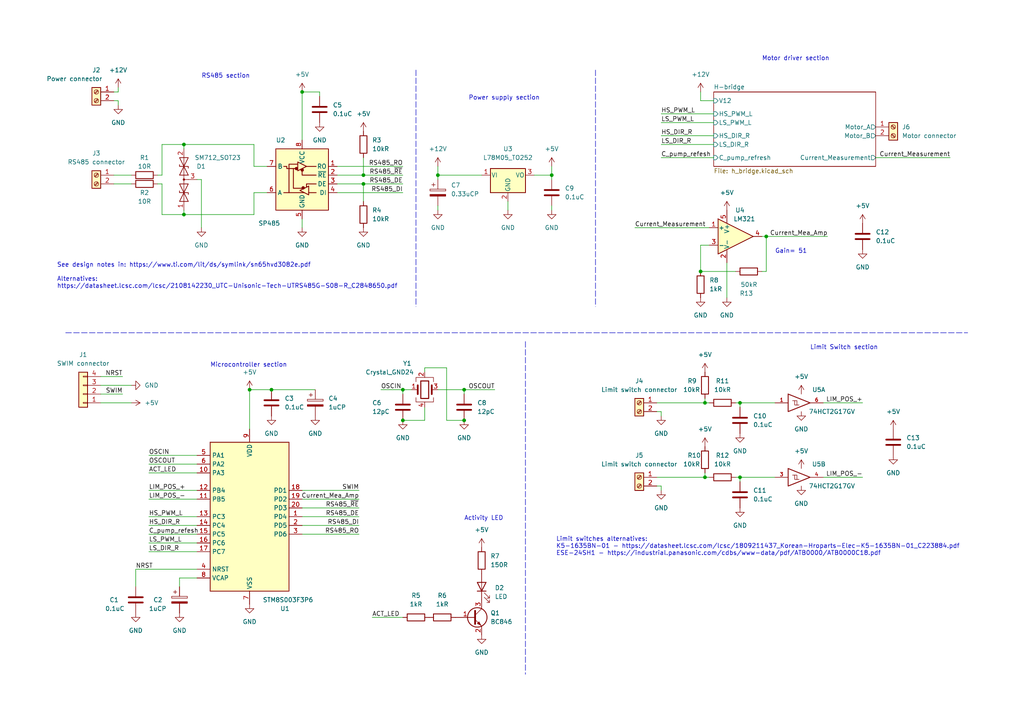
<source format=kicad_sch>
(kicad_sch (version 20211123) (generator eeschema)
  (paper "A4")
  (lib_symbols
    (symbol "74xGxx:74LVC2G17" (pin_names (offset 1.016))
      (property "Reference" "U" (at -2.54 3.81 0))
      (property "Value" "74LVC2G17" (at 0 -3.81 0))
      (symbol "74LVC2G17_0_1"
        (polyline (pts (xy -1.905 0.635) (xy -1.27 0.635) (xy -1.27 -0.635)))
        (polyline (pts (xy -3.81 2.54) (xy -3.81 -2.54) (xy 2.54 0) (xy -3.81 2.54)) (stroke (width 0.254)))
        (polyline (pts (xy -2.54 0.635) (xy -1.905 0.635) (xy -1.905 -0.635) (xy -0.635 -0.635)))
        (pin power_in line (at 0 -2.54 270) (length 0) hide (name "GND") (number "2"))
        (pin power_in line (at 0 2.54 90) (length 0) hide (name "VCC") (number "5"))
      )
      (symbol "74LVC2G17_1_1"
        (pin input line (at -7.62 0 0) (length 3.81) (name "~") (number "1"))
        (pin output line (at 6.35 0 180) (length 3.81) (name "~") (number "6"))
      )
      (symbol "74LVC2G17_2_1"
        (pin input line (at -7.62 0 0) (length 3.81) (name "~") (number "3"))
        (pin output line (at 6.35 0 180) (length 3.81) (name "~") (number "4"))
      )
    )
    (symbol "Amplifier_Operational:LM321" (pin_names (offset 0.127))
      (property "Reference" "U" (at 0 7.62 0))
      (property "Value" "LM321" (at 0 5.08 0))
      (symbol "LM321_0_1"
        (polyline (pts (xy -5.08 5.08) (xy 5.08 0) (xy -5.08 -5.08) (xy -5.08 5.08)) (stroke (width 0.254)) (fill (type background)))
      )
      (symbol "LM321_1_1"
        (pin input line (at -7.62 2.54 0) (length 2.54) (name "+") (number "1"))
        (pin power_in line (at -2.54 -7.62 90) (length 3.81) (name "V-") (number "2"))
        (pin input line (at -7.62 -2.54 0) (length 2.54) (name "-") (number "3"))
        (pin output line (at 7.62 0 180) (length 2.54) (name "~") (number "4"))
        (pin power_in line (at -2.54 7.62 270) (length 3.81) (name "V+") (number "5"))
      )
    )
    (symbol "Connector:Screw_Terminal_01x02" (pin_names (offset 1.016) hide)
      (property "Reference" "J" (at 0 2.54 0))
      (property "Value" "Screw_Terminal_01x02" (at 0 -5.08 0))
      (symbol "Screw_Terminal_01x02_1_1"
        (rectangle (start -1.27 1.27) (end 1.27 -3.81) (stroke (width 0.254)) (fill (type background)))
        (circle (center 0 -2.54) (radius 0.635) (stroke (width 0.1524)))
        (polyline (pts (xy -0.5334 -2.2098) (xy 0.3302 -3.048)) (stroke (width 0.1524)))
        (polyline (pts (xy -0.5334 0.3302) (xy 0.3302 -0.508)) (stroke (width 0.1524)))
        (polyline (pts (xy -0.3556 -2.032) (xy 0.508 -2.8702)) (stroke (width 0.1524)))
        (polyline (pts (xy -0.3556 0.508) (xy 0.508 -0.3302)) (stroke (width 0.1524)))
        (circle (center 0 0) (radius 0.635) (stroke (width 0.1524)))
        (pin passive line (at -5.08 0 0) (length 3.81) (name "Pin_1") (number "1"))
        (pin passive line (at -5.08 -2.54 0) (length 3.81) (name "Pin_2") (number "2"))
      )
    )
    (symbol "Connector_Generic:Conn_01x04" (pin_names (offset 1.016) hide)
      (property "Reference" "J" (at 0 5.08 0))
      (property "Value" "Conn_01x04" (at 0 -7.62 0))
      (symbol "Conn_01x04_1_1"
        (rectangle (start -1.27 -4.953) (end 0 -5.207) (stroke (width 0.1524)))
        (rectangle (start -1.27 -2.413) (end 0 -2.667) (stroke (width 0.1524)))
        (rectangle (start -1.27 0.127) (end 0 -0.127) (stroke (width 0.1524)))
        (rectangle (start -1.27 2.667) (end 0 2.413) (stroke (width 0.1524)))
        (rectangle (start -1.27 3.81) (end 1.27 -6.35) (stroke (width 0.254)) (fill (type background)))
        (pin passive line (at -5.08 2.54 0) (length 3.81) (name "Pin_1") (number "1"))
        (pin passive line (at -5.08 0 0) (length 3.81) (name "Pin_2") (number "2"))
        (pin passive line (at -5.08 -2.54 0) (length 3.81) (name "Pin_3") (number "3"))
        (pin passive line (at -5.08 -5.08 0) (length 3.81) (name "Pin_4") (number "4"))
      )
    )
    (symbol "Device:C" (pin_numbers hide) (pin_names (offset 0.254))
      (property "Reference" "C" (at 0.635 2.54 0))
      (property "Value" "C" (at 0.635 -2.54 0))
      (symbol "C_0_1"
        (polyline (pts (xy -2.032 -0.762) (xy 2.032 -0.762)) (stroke (width 0.508)))
        (polyline (pts (xy -2.032 0.762) (xy 2.032 0.762)) (stroke (width 0.508)))
      )
      (symbol "C_1_1"
        (pin passive line (at 0 3.81 270) (length 2.794) (name "~") (number "1"))
        (pin passive line (at 0 -3.81 90) (length 2.794) (name "~") (number "2"))
      )
    )
    (symbol "Device:C_Polarized" (pin_numbers hide) (pin_names (offset 0.254))
      (property "Reference" "C" (at 0.635 2.54 0))
      (property "Value" "C_Polarized" (at 0.635 -2.54 0))
      (symbol "C_Polarized_0_1"
        (rectangle (start -2.286 0.508) (end 2.286 1.016))
        (polyline (pts (xy -1.778 2.286) (xy -0.762 2.286)))
        (polyline (pts (xy -1.27 2.794) (xy -1.27 1.778)))
        (rectangle (start 2.286 -0.508) (end -2.286 -1.016) (fill (type outline)))
      )
      (symbol "C_Polarized_1_1"
        (pin passive line (at 0 3.81 270) (length 2.794) (name "~") (number "1"))
        (pin passive line (at 0 -3.81 90) (length 2.794) (name "~") (number "2"))
      )
    )
    (symbol "Device:Crystal_GND24" (pin_names (offset 1.016) hide)
      (property "Reference" "Y" (at 3.175 5.08 0))
      (property "Value" "Crystal_GND24" (at 3.175 3.175 0))
      (symbol "Crystal_GND24_0_1"
        (rectangle (start -1.143 2.54) (end 1.143 -2.54) (stroke (width 0.3048)))
        (polyline (pts (xy -2.54 0) (xy -2.032 0)))
        (polyline (pts (xy -2.032 -1.27) (xy -2.032 1.27)) (stroke (width 0.508)))
        (polyline (pts (xy 0 -3.81) (xy 0 -3.556)))
        (polyline (pts (xy 0 3.556) (xy 0 3.81)))
        (polyline (pts (xy 2.032 -1.27) (xy 2.032 1.27)) (stroke (width 0.508)))
        (polyline (pts (xy 2.032 0) (xy 2.54 0)))
        (polyline (pts (xy -2.54 -2.286) (xy -2.54 -3.556) (xy 2.54 -3.556) (xy 2.54 -2.286)))
        (polyline (pts (xy -2.54 2.286) (xy -2.54 3.556) (xy 2.54 3.556) (xy 2.54 2.286)))
      )
      (symbol "Crystal_GND24_1_1"
        (pin passive line (at -3.81 0 0) (length 1.27) (name "1") (number "1"))
        (pin passive line (at 0 5.08 270) (length 1.27) (name "2") (number "2"))
        (pin passive line (at 3.81 0 180) (length 1.27) (name "3") (number "3"))
        (pin passive line (at 0 -5.08 90) (length 1.27) (name "4") (number "4"))
      )
    )
    (symbol "Device:LED" (pin_numbers hide) (pin_names (offset 1.016) hide)
      (property "Reference" "D" (at 0 2.54 0))
      (property "Value" "LED" (at 0 -2.54 0))
      (symbol "LED_0_1"
        (polyline (pts (xy -1.27 -1.27) (xy -1.27 1.27)) (stroke (width 0.254)))
        (polyline (pts (xy -1.27 0) (xy 1.27 0)))
        (polyline (pts (xy 1.27 -1.27) (xy 1.27 1.27) (xy -1.27 0) (xy 1.27 -1.27)) (stroke (width 0.254)))
        (polyline (pts (xy -3.048 -0.762) (xy -4.572 -2.286) (xy -3.81 -2.286) (xy -4.572 -2.286) (xy -4.572 -1.524)))
        (polyline (pts (xy -1.778 -0.762) (xy -3.302 -2.286) (xy -2.54 -2.286) (xy -3.302 -2.286) (xy -3.302 -1.524)))
      )
      (symbol "LED_1_1"
        (pin passive line (at -3.81 0 0) (length 2.54) (name "K") (number "1"))
        (pin passive line (at 3.81 0 180) (length 2.54) (name "A") (number "2"))
      )
    )
    (symbol "Device:R" (pin_numbers hide) (pin_names (offset 0))
      (property "Reference" "R" (at 2.032 0 90))
      (property "Value" "R" (at 0 0 90))
      (symbol "R_0_1"
        (rectangle (start -1.016 -2.54) (end 1.016 2.54) (stroke (width 0.254)))
      )
      (symbol "R_1_1"
        (pin passive line (at 0 3.81 270) (length 1.27) (name "~") (number "1"))
        (pin passive line (at 0 -3.81 90) (length 1.27) (name "~") (number "2"))
      )
    )
    (symbol "Diode:SM712_SOT23" (pin_names (offset 1.016) hide)
      (property "Reference" "D" (at 0 4.445 0))
      (property "Value" "SM712_SOT23" (at 0 2.54 0))
      (symbol "SM712_SOT23_0_0"
        (polyline (pts (xy 0 -1.27) (xy 0 0)))
      )
      (symbol "SM712_SOT23_0_1"
        (polyline (pts (xy -6.35 0) (xy 6.35 0)))
        (polyline (pts (xy -3.302 1.27) (xy -3.81 1.27) (xy -3.81 -1.27) (xy -4.318 -1.27)) (stroke (width 0.2032)))
        (polyline (pts (xy 4.318 1.27) (xy 3.81 1.27) (xy 3.81 -1.27) (xy 3.302 -1.27)) (stroke (width 0.2032)))
        (polyline (pts (xy -6.35 -1.27) (xy -1.27 1.27) (xy -1.27 -1.27) (xy -6.35 1.27) (xy -6.35 -1.27)) (stroke (width 0.2032)))
        (polyline (pts (xy 1.27 -1.27) (xy 1.27 1.27) (xy 6.35 -1.27) (xy 6.35 1.27) (xy 1.27 -1.27)) (stroke (width 0.2032)))
        (circle (center 0 0) (radius 0.254) (fill (type outline)))
      )
      (symbol "SM712_SOT23_1_1"
        (pin passive line (at -8.89 0 0) (length 2.54) (name "A1") (number "1"))
        (pin passive line (at 8.89 0 180) (length 2.54) (name "A2") (number "2"))
        (pin input line (at 0 -3.81 90) (length 2.54) (name "common") (number "3"))
      )
    )
    (symbol "Interface_UART:ST485EBDR"
      (property "Reference" "U" (at -6.35 8.89 0))
      (property "Value" "ST485EBDR" (at 1.27 8.89 0))
      (symbol "ST485EBDR_0_1"
        (rectangle (start -7.62 7.62) (end 7.62 -10.16) (stroke (width 0.254)) (fill (type background)))
        (circle (center -0.3048 -3.683) (radius 0.3556) (stroke (width 0.254)) (fill (type outline)))
        (circle (center -0.0254 1.4986) (radius 0.3556) (stroke (width 0.254)) (fill (type outline)))
        (polyline (pts (xy -4.064 -5.08) (xy -1.905 -5.08)) (stroke (width 0.254)))
        (polyline (pts (xy -4.064 2.54) (xy -1.27 2.54)) (stroke (width 0.254)))
        (polyline (pts (xy -1.27 -3.2004) (xy -1.27 -3.4544)) (stroke (width 0.254)))
        (polyline (pts (xy -0.635 -5.08) (xy 5.334 -5.08)) (stroke (width 0.254)))
        (polyline (pts (xy -4.064 -2.54) (xy -1.27 -2.54) (xy -1.27 -3.175)) (stroke (width 0.254)))
        (polyline (pts (xy 0 1.27) (xy 0 0) (xy -4.064 0)) (stroke (width 0.254)))
        (polyline (pts (xy 1.27 3.175) (xy 3.81 3.175) (xy 3.81 -5.08)) (stroke (width 0.254)))
        (polyline (pts (xy 2.54 1.905) (xy 2.54 -3.81) (xy 0 -3.81)) (stroke (width 0.254)))
        (polyline (pts (xy -1.905 -3.175) (xy -1.905 -5.715) (xy 0.635 -4.445) (xy -1.905 -3.175)) (stroke (width 0.254)))
        (polyline (pts (xy -1.27 2.54) (xy 1.27 3.81) (xy 1.27 1.27) (xy -1.27 2.54)) (stroke (width 0.254)))
        (polyline (pts (xy 1.905 1.905) (xy 4.445 1.905) (xy 4.445 2.54) (xy 5.334 2.54)) (stroke (width 0.254)))
        (rectangle (start 1.27 3.175) (end 1.27 3.175))
        (circle (center 1.651 1.905) (radius 0.3556) (stroke (width 0.254)) (fill (type outline)))
      )
      (symbol "ST485EBDR_1_1"
        (pin output line (at -10.16 2.54 0) (length 2.54) (name "RO") (number "1"))
        (pin input line (at -10.16 0 0) (length 2.54) (name "~{RE}") (number "2"))
        (pin input line (at -10.16 -2.54 0) (length 2.54) (name "DE") (number "3"))
        (pin input line (at -10.16 -5.08 0) (length 2.54) (name "DI") (number "4"))
        (pin power_in line (at 0 -12.7 90) (length 2.54) (name "GND") (number "5"))
        (pin bidirectional line (at 10.16 -5.08 180) (length 2.54) (name "A") (number "6"))
        (pin bidirectional line (at 10.16 2.54 180) (length 2.54) (name "B") (number "7"))
        (pin power_in line (at 0 10.16 270) (length 2.54) (name "VCC") (number "8"))
      )
    )
    (symbol "MCU_ST_STM8:STM8S003F3P"
      (property "Reference" "U" (at 1.27 25.4 0))
      (property "Value" "STM8S003F3P" (at 1.27 22.86 0))
      (symbol "STM8S003F3P_0_1"
        (rectangle (start -11.43 21.59) (end 11.43 -21.59) (stroke (width 0.254)) (fill (type background)))
      )
      (symbol "STM8S003F3P_1_1"
        (pin bidirectional line (at 15.24 0 180) (length 3.81) (name "PD4") (number "1"))
        (pin bidirectional line (at -15.24 12.7 0) (length 3.81) (name "PA3") (number "10"))
        (pin bidirectional line (at -15.24 5.08 0) (length 3.81) (name "PB5") (number "11"))
        (pin bidirectional line (at -15.24 7.62 0) (length 3.81) (name "PB4") (number "12"))
        (pin bidirectional line (at -15.24 0 0) (length 3.81) (name "PC3") (number "13"))
        (pin bidirectional line (at -15.24 -2.54 0) (length 3.81) (name "PC4") (number "14"))
        (pin bidirectional line (at -15.24 -5.08 0) (length 3.81) (name "PC5") (number "15"))
        (pin bidirectional line (at -15.24 -7.62 0) (length 3.81) (name "PC6") (number "16"))
        (pin bidirectional line (at -15.24 -10.16 0) (length 3.81) (name "PC7") (number "17"))
        (pin bidirectional line (at 15.24 7.62 180) (length 3.81) (name "PD1") (number "18"))
        (pin bidirectional line (at 15.24 5.08 180) (length 3.81) (name "PD2") (number "19"))
        (pin bidirectional line (at 15.24 -2.54 180) (length 3.81) (name "PD5") (number "2"))
        (pin bidirectional line (at 15.24 2.54 180) (length 3.81) (name "PD3") (number "20"))
        (pin bidirectional line (at 15.24 -5.08 180) (length 3.81) (name "PD6") (number "3"))
        (pin input line (at -15.24 -15.24 0) (length 3.81) (name "NRST") (number "4"))
        (pin bidirectional line (at -15.24 17.78 0) (length 3.81) (name "PA1") (number "5"))
        (pin bidirectional line (at -15.24 15.24 0) (length 3.81) (name "PA2") (number "6"))
        (pin power_in line (at 0 -25.4 90) (length 3.81) (name "VSS") (number "7"))
        (pin passive line (at -15.24 -17.78 0) (length 3.81) (name "VCAP") (number "8"))
        (pin power_in line (at 0 25.4 270) (length 3.81) (name "VDD") (number "9"))
      )
    )
    (symbol "Regulator_Linear:LM78M05_TO252" (pin_names (offset 0.254))
      (property "Reference" "U" (at -3.81 3.175 0))
      (property "Value" "LM78M05_TO252" (at 0 3.175 0))
      (symbol "LM78M05_TO252_0_1"
        (rectangle (start -5.08 1.905) (end 5.08 -5.08) (stroke (width 0.254)) (fill (type background)))
      )
      (symbol "LM78M05_TO252_1_1"
        (pin power_in line (at -7.62 0 0) (length 2.54) (name "VI") (number "1"))
        (pin power_in line (at 0 -7.62 90) (length 2.54) (name "GND") (number "2"))
        (pin power_out line (at 7.62 0 180) (length 2.54) (name "VO") (number "3"))
      )
    )
    (symbol "Transistor_BJT:BC846" (pin_names (offset 0) hide)
      (property "Reference" "Q" (at 5.08 1.905 0))
      (property "Value" "BC846" (at 5.08 0 0))
      (symbol "BC846_0_1"
        (polyline (pts (xy 0.635 0.635) (xy 2.54 2.54)))
        (polyline (pts (xy 0.635 -0.635) (xy 2.54 -2.54) (xy 2.54 -2.54)))
        (polyline (pts (xy 0.635 1.905) (xy 0.635 -1.905) (xy 0.635 -1.905)) (stroke (width 0.508)))
        (polyline (pts (xy 1.27 -1.778) (xy 1.778 -1.27) (xy 2.286 -2.286) (xy 1.27 -1.778) (xy 1.27 -1.778)) (fill (type outline)))
        (circle (center 1.27 0) (radius 2.8194) (stroke (width 0.254)))
      )
      (symbol "BC846_1_1"
        (pin input line (at -5.08 0 0) (length 5.715) (name "B") (number "1"))
        (pin passive line (at 2.54 -5.08 90) (length 2.54) (name "E") (number "2"))
        (pin passive line (at 2.54 5.08 270) (length 2.54) (name "C") (number "3"))
      )
    )
    (symbol "power:+12V" (power) (pin_names (offset 0))
      (property "Value" "+12V" (at 0 3.556 0))
      (symbol "+12V_0_1"
        (polyline (pts (xy -0.762 1.27) (xy 0 2.54)))
        (polyline (pts (xy 0 0) (xy 0 2.54)))
        (polyline (pts (xy 0 2.54) (xy 0.762 1.27)))
      )
      (symbol "+12V_1_1"
        (pin power_in line (at 0 0 90) (length 0) hide (name "+12V") (number "1"))
      )
    )
    (symbol "power:+5V" (power) (pin_names (offset 0))
      (property "Value" "+5V" (at 0 3.556 0))
      (symbol "+5V_0_1"
        (polyline (pts (xy -0.762 1.27) (xy 0 2.54)))
        (polyline (pts (xy 0 0) (xy 0 2.54)))
        (polyline (pts (xy 0 2.54) (xy 0.762 1.27)))
      )
      (symbol "+5V_1_1"
        (pin power_in line (at 0 0 90) (length 0) hide (name "+5V") (number "1"))
      )
    )
    (symbol "power:GND" (power) (pin_names (offset 0))
      (property "Value" "GND" (at 0 -3.81 0))
      (symbol "GND_0_1"
        (polyline (pts (xy 0 0) (xy 0 -1.27) (xy 1.27 -1.27) (xy 0 -2.54) (xy -1.27 -1.27) (xy 0 -1.27)))
      )
      (symbol "GND_1_1"
        (pin power_in line (at 0 0 270) (length 0) hide (name "GND") (number "1"))
      )
    )
  )
  (junction (at 105.41 53.34))
  (junction (at 72.39 113.03))
  (junction (at 78.74 113.03))
  (junction (at 134.62 113.03))
  (junction (at 105.41 50.8))
  (junction (at 222.25 68.58))
  (junction (at 214.63 138.43))
  (junction (at 116.84 113.03))
  (junction (at 53.34 41.91))
  (junction (at 134.62 121.92))
  (junction (at 53.34 62.23))
  (junction (at 204.47 138.43))
  (junction (at 116.84 121.92))
  (junction (at 127 50.8))
  (junction (at 204.47 116.84))
  (junction (at 214.63 116.84))
  (junction (at 203.2 78.74))
  (junction (at 160.02 50.8))
  (junction (at 87.63 26.67))
  (wire (pts (xy 127 50.8) (xy 139.7 50.8)))
  (wire (pts (xy 210.82 76.2) (xy 210.82 86.36)))
  (wire (pts (xy 57.15 52.07) (xy 58.42 52.07)))
  (polyline (pts (xy 120.65 20.32) (xy 120.65 88.9)))
  (wire (pts (xy 87.63 142.24) (xy 104.14 142.24)))
  (wire (pts (xy 29.21 114.3) (xy 35.56 114.3)))
  (wire (pts (xy 116.84 113.03) (xy 116.84 114.3)))
  (wire (pts (xy 190.5 138.43) (xy 204.47 138.43)))
  (wire (pts (xy 43.18 160.02) (xy 57.15 160.02)))
  (wire (pts (xy 110.49 113.03) (xy 116.84 113.03)))
  (wire (pts (xy 191.77 35.56) (xy 207.01 35.56)))
  (wire (pts (xy 123.19 118.11) (xy 123.19 121.92)))
  (wire (pts (xy 191.77 41.91) (xy 207.01 41.91)))
  (wire (pts (xy 34.29 29.21) (xy 34.29 30.48)))
  (wire (pts (xy 72.39 113.03) (xy 78.74 113.03)))
  (wire (pts (xy 203.2 29.21) (xy 207.01 29.21)))
  (wire (pts (xy 52.07 167.64) (xy 57.15 167.64)))
  (wire (pts (xy 214.63 138.43) (xy 214.63 139.7)))
  (wire (pts (xy 220.98 78.74) (xy 222.25 78.74)))
  (wire (pts (xy 116.84 113.03) (xy 119.38 113.03)))
  (polyline (pts (xy 152.4 99.06) (xy 152.4 195.58)))
  (wire (pts (xy 191.77 39.37) (xy 207.01 39.37)))
  (wire (pts (xy 129.54 121.92) (xy 134.62 121.92)))
  (wire (pts (xy 87.63 152.4) (xy 104.14 152.4)))
  (wire (pts (xy 33.02 29.21) (xy 34.29 29.21)))
  (wire (pts (xy 43.18 137.16) (xy 57.15 137.16)))
  (wire (pts (xy 29.21 111.76) (xy 38.1 111.76)))
  (wire (pts (xy 204.47 137.16) (xy 204.47 138.43)))
  (wire (pts (xy 33.02 53.34) (xy 38.1 53.34)))
  (wire (pts (xy 191.77 45.72) (xy 207.01 45.72)))
  (wire (pts (xy 127 50.8) (xy 127 52.07)))
  (wire (pts (xy 92.71 27.94) (xy 92.71 26.67)))
  (wire (pts (xy 214.63 138.43) (xy 224.79 138.43)))
  (wire (pts (xy 43.18 149.86) (xy 57.15 149.86)))
  (wire (pts (xy 160.02 48.26) (xy 160.02 50.8)))
  (wire (pts (xy 147.32 58.42) (xy 147.32 60.96)))
  (wire (pts (xy 43.18 154.94) (xy 57.15 154.94)))
  (polyline (pts (xy 172.72 20.32) (xy 172.72 88.9)))
  (wire (pts (xy 127 48.26) (xy 127 50.8)))
  (wire (pts (xy 107.95 179.07) (xy 116.84 179.07)))
  (wire (pts (xy 97.79 48.26) (xy 116.84 48.26)))
  (wire (pts (xy 97.79 53.34) (xy 105.41 53.34)))
  (wire (pts (xy 129.54 106.68) (xy 129.54 121.92)))
  (wire (pts (xy 190.5 116.84) (xy 204.47 116.84)))
  (wire (pts (xy 254 45.72) (xy 275.59 45.72)))
  (wire (pts (xy 97.79 55.88) (xy 116.84 55.88)))
  (wire (pts (xy 46.99 53.34) (xy 46.99 62.23)))
  (wire (pts (xy 73.66 48.26) (xy 77.47 48.26)))
  (wire (pts (xy 184.15 66.04) (xy 205.74 66.04)))
  (wire (pts (xy 33.02 50.8) (xy 38.1 50.8)))
  (wire (pts (xy 43.18 142.24) (xy 57.15 142.24)))
  (wire (pts (xy 57.15 165.1) (xy 39.37 165.1)))
  (wire (pts (xy 87.63 63.5) (xy 87.63 66.04)))
  (wire (pts (xy 39.37 165.1) (xy 39.37 170.18)))
  (wire (pts (xy 105.41 53.34) (xy 105.41 58.42)))
  (wire (pts (xy 53.34 62.23) (xy 53.34 60.96)))
  (wire (pts (xy 87.63 154.94) (xy 104.14 154.94)))
  (wire (pts (xy 238.76 138.43) (xy 250.19 138.43)))
  (wire (pts (xy 222.25 78.74) (xy 222.25 68.58)))
  (polyline (pts (xy 19.05 96.52) (xy 280.67 96.52)))
  (wire (pts (xy 220.98 68.58) (xy 222.25 68.58)))
  (wire (pts (xy 87.63 149.86) (xy 104.14 149.86)))
  (wire (pts (xy 46.99 50.8) (xy 46.99 41.91)))
  (wire (pts (xy 204.47 115.57) (xy 204.47 116.84)))
  (wire (pts (xy 46.99 62.23) (xy 53.34 62.23)))
  (wire (pts (xy 204.47 116.84) (xy 205.74 116.84)))
  (wire (pts (xy 73.66 41.91) (xy 73.66 48.26)))
  (wire (pts (xy 238.76 116.84) (xy 250.19 116.84)))
  (wire (pts (xy 191.77 119.38) (xy 191.77 120.65)))
  (wire (pts (xy 203.2 26.67) (xy 203.2 29.21)))
  (wire (pts (xy 34.29 26.67) (xy 34.29 25.4)))
  (wire (pts (xy 214.63 116.84) (xy 214.63 118.11)))
  (wire (pts (xy 123.19 106.68) (xy 123.19 107.95)))
  (wire (pts (xy 134.62 113.03) (xy 134.62 114.3)))
  (wire (pts (xy 72.39 113.03) (xy 72.39 124.46)))
  (wire (pts (xy 45.72 50.8) (xy 46.99 50.8)))
  (wire (pts (xy 87.63 26.67) (xy 87.63 40.64)))
  (wire (pts (xy 213.36 138.43) (xy 214.63 138.43)))
  (wire (pts (xy 191.77 33.02) (xy 207.01 33.02)))
  (wire (pts (xy 29.21 116.84) (xy 38.1 116.84)))
  (wire (pts (xy 222.25 68.58) (xy 240.03 68.58)))
  (wire (pts (xy 154.94 50.8) (xy 160.02 50.8)))
  (wire (pts (xy 52.07 170.18) (xy 52.07 167.64)))
  (wire (pts (xy 190.5 119.38) (xy 191.77 119.38)))
  (wire (pts (xy 33.02 26.67) (xy 34.29 26.67)))
  (wire (pts (xy 53.34 41.91) (xy 73.66 41.91)))
  (wire (pts (xy 190.5 140.97) (xy 191.77 140.97)))
  (wire (pts (xy 127 113.03) (xy 134.62 113.03)))
  (wire (pts (xy 160.02 59.69) (xy 160.02 60.96)))
  (wire (pts (xy 123.19 121.92) (xy 116.84 121.92)))
  (wire (pts (xy 160.02 50.8) (xy 160.02 52.07)))
  (wire (pts (xy 191.77 140.97) (xy 191.77 142.24)))
  (wire (pts (xy 43.18 132.08) (xy 57.15 132.08)))
  (wire (pts (xy 203.2 78.74) (xy 213.36 78.74)))
  (wire (pts (xy 214.63 116.84) (xy 224.79 116.84)))
  (wire (pts (xy 203.2 71.12) (xy 203.2 78.74)))
  (wire (pts (xy 43.18 134.62) (xy 57.15 134.62)))
  (wire (pts (xy 213.36 116.84) (xy 214.63 116.84)))
  (wire (pts (xy 105.41 53.34) (xy 116.84 53.34)))
  (wire (pts (xy 46.99 41.91) (xy 53.34 41.91)))
  (wire (pts (xy 123.19 106.68) (xy 129.54 106.68)))
  (wire (pts (xy 87.63 144.78) (xy 104.14 144.78)))
  (wire (pts (xy 204.47 138.43) (xy 205.74 138.43)))
  (wire (pts (xy 105.41 50.8) (xy 116.84 50.8)))
  (wire (pts (xy 43.18 152.4) (xy 57.15 152.4)))
  (wire (pts (xy 43.18 144.78) (xy 57.15 144.78)))
  (wire (pts (xy 45.72 53.34) (xy 46.99 53.34)))
  (wire (pts (xy 73.66 55.88) (xy 73.66 62.23)))
  (wire (pts (xy 77.47 55.88) (xy 73.66 55.88)))
  (wire (pts (xy 205.74 71.12) (xy 203.2 71.12)))
  (wire (pts (xy 53.34 41.91) (xy 53.34 43.18)))
  (wire (pts (xy 134.62 113.03) (xy 143.51 113.03)))
  (wire (pts (xy 78.74 113.03) (xy 91.44 113.03)))
  (wire (pts (xy 87.63 147.32) (xy 104.14 147.32)))
  (wire (pts (xy 97.79 50.8) (xy 105.41 50.8)))
  (wire (pts (xy 29.21 109.22) (xy 35.56 109.22)))
  (wire (pts (xy 105.41 50.8) (xy 105.41 45.72)))
  (wire (pts (xy 43.18 157.48) (xy 57.15 157.48)))
  (wire (pts (xy 127 59.69) (xy 127 60.96)))
  (wire (pts (xy 58.42 52.07) (xy 58.42 66.04)))
  (wire (pts (xy 92.71 26.67) (xy 87.63 26.67)))
  (wire (pts (xy 73.66 62.23) (xy 53.34 62.23)))
  (text "Microcontroller section" (at 60.96 106.68 0) (effects (font (size 1.27 1.27)) (justify left bottom)))
  (text "Limit Switch section" (at 234.95 101.6 0) (effects (font (size 1.27 1.27)) (justify left bottom)))
  (text "Limit switches alternatives:\nK5-1635BN-01 - https://datasheet.lcsc.com/lcsc/1809211437_Korean-Hroparts-Elec-K5-1635BN-01_C223884.pdf\nESE-24SH1 - https://industrial.panasonic.com/cdbs/www-data/pdf/ATB0000/ATB0000C18.pdf" (at 161.29 161.29 0) (effects (font (size 1.27 1.27)) (justify left bottom)))
  (text "Motor driver section" (at 220.98 17.78 0) (effects (font (size 1.27 1.27)) (justify left bottom)))
  (text "Power supply section" (at 135.89 29.21 0) (effects (font (size 1.27 1.27)) (justify left bottom)))
  (text "Gain= 51" (at 224.79 73.66 0) (effects (font (size 1.27 1.27)) (justify left bottom)))
  (text "Activity LED" (at 134.62 151.13 0) (effects (font (size 1.27 1.27)) (justify left bottom)))
  (text "RS485 section" (at 58.42 22.86 0) (effects (font (size 1.27 1.27)) (justify left bottom)))
  (text "See design notes in: https://www.ti.com/lit/ds/symlink/sn65hvd3082e.pdf\n\nAlternatives:\nhttps://datasheet.lcsc.com/lcsc/2108142230_UTC-Unisonic-Tech-UTRS485G-S08-R_C2848650.pdf" (at 16.51 83.82 0) (effects (font (size 1.27 1.27)) (justify left bottom)))
  (label "OSCOUT" (at 43.18 134.62 0))
  (label "HS_DIR_R" (at 191.77 39.37 0))
  (label "OSCIN" (at 43.18 132.08 0))
  (label "ACT_LED" (at 43.18 137.16 0))
  (label "HS_PWM_L" (at 191.77 33.02 0))
  (label "SWIM" (at 104.14 142.24 180))
  (label "OSCOUT" (at 143.51 113.03 180))
  (label "Current_Measurement" (at 184.15 66.04 0))
  (label "LS_PWM_L" (at 43.18 157.48 0))
  (label "RS485_RO" (at 116.84 48.26 180))
  (label "RS485_DE" (at 116.84 53.34 180))
  (label "Current_Mea_Amp" (at 240.03 68.58 180))
  (label "NRST" (at 39.37 165.1 0))
  (label "LIM_POS_+" (at 250.19 116.84 180))
  (label "Current_Mea_Amp" (at 104.14 144.78 180))
  (label "C_pump_refesh" (at 191.77 45.72 0))
  (label "C_pump_refesh" (at 43.18 154.94 0))
  (label "ACT_LED" (at 107.95 179.07 0))
  (label "LS_PWM_L" (at 191.77 35.56 0))
  (label "RS485_DE" (at 104.14 149.86 180))
  (label "OSCIN" (at 110.49 113.03 0))
  (label "RS485_DI" (at 104.14 152.4 180))
  (label "LIM_POS_-" (at 250.19 138.43 180))
  (label "LIM_POS_-" (at 43.18 144.78 0))
  (label "RS485_DI" (at 116.84 55.88 180))
  (label "NRST" (at 35.56 109.22 180))
  (label "LS_DIR_R" (at 191.77 41.91 0))
  (label "RS485_~{RE}" (at 116.84 50.8 180))
  (label "LS_DIR_R" (at 43.18 160.02 0))
  (label "HS_PWM_L" (at 43.18 149.86 0))
  (label "RS485_RO" (at 104.14 154.94 180))
  (label "LIM_POS_+" (at 43.18 142.24 0))
  (label "Current_Measurement" (at 275.59 45.72 180))
  (label "HS_DIR_R" (at 43.18 152.4 0))
  (label "SWIM" (at 35.56 114.3 180))
  (label "RS485_~{RE}" (at 104.14 147.32 180))
  (symbol (lib_id "power:+12V") (at 127 48.26 0) (unit 1)
    (property "Reference" "#PWR018" (effects hide))
    (property "Value" "+12V" (at 127 43.18 0))
  )
  (symbol (lib_id "Device:R") (at 204.47 111.76 0) (unit 1)
    (property "Reference" "R9" (at 199.39 110.49 0) (effects (justify left)))
    (property "Value" "10kR" (at 198.12 113.03 0) (effects (justify left)))
    (property "Footprint" "Resistor_SMD:R_0805_2012Metric_Pad1.20x1.40mm_HandSolder" (effects hide))
    (property "Datasheet" "https://datasheet.lcsc.com/lcsc/1810201611_YAGEO-RC0805FR-0710KL_C84376.pdf" (effects hide))
    (property "Manufacturer Part Number" "RC0805FR-0710KL" (effects hide))
  )
  (symbol (lib_id "power:+5V") (at 160.02 48.26 0) (unit 1)
    (property "Reference" "#PWR024" (effects hide))
    (property "Value" "+5V" (at 160.02 43.18 0))
  )
  (symbol (lib_id "Device:C_Polarized") (at 127 55.88 0) (unit 1)
    (property "Reference" "C7" (at 130.81 53.7209 0) (effects (justify left)))
    (property "Value" "0.33uCP" (at 130.81 56.2609 0) (effects (justify left)))
    (property "Footprint" "Capacitor_Tantalum_SMD:CP_EIA-3216-18_Kemet-A_Pad1.58x1.35mm_HandSolder" (effects hide))
    (property "Datasheet" "https://datasheet.lcsc.com/lcsc/1811071215_AVX-TAJA334K035RNJ_C8014.pdf" (effects hide))
    (property "Manufacturer Part Number" "TAJA334K035RNJ" (effects hide))
  )
  (symbol (lib_id "power:GND") (at 38.1 111.76 90) (unit 1)
    (property "Reference" "#PWR03" (effects hide))
    (property "Value" "GND" (at 41.91 111.7599 90) (effects (justify right)))
  )
  (symbol (lib_id "Device:R") (at 209.55 138.43 90) (unit 1)
    (property "Reference" "R12" (at 209.55 132.08 90))
    (property "Value" "10kR" (at 209.55 134.62 90))
    (property "Footprint" "Resistor_SMD:R_0805_2012Metric_Pad1.20x1.40mm_HandSolder" (effects hide))
    (property "Datasheet" "https://datasheet.lcsc.com/lcsc/1810201611_YAGEO-RC0805FR-0710KL_C84376.pdf" (effects hide))
    (property "Manufacturer Part Number" "RC0805FR-0710KL" (effects hide))
  )
  (symbol (lib_id "Interface_UART:ST485EBDR") (at 87.63 50.8 0) (mirror y) (unit 1)
    (property "Reference" "U2" (at 80.01 40.64 0) (effects (justify right)))
    (property "Value" "SP485" (at 74.93 64.77 0) (effects (justify right)))
    (property "Footprint" "Package_SO:SOIC-8_3.9x4.9mm_P1.27mm" (effects hide))
    (property "Datasheet" "https://datasheet.lcsc.com/lcsc/2104081903_MaxLinear-SP485EEN-L-TR_C6855.pdf" (effects hide))
    (property "Manufacturer Part Number" "SP485EEN-L/TR" (effects hide))
  )
  (symbol (lib_id "power:GND") (at 127 60.96 0) (unit 1)
    (property "Reference" "#PWR019" (effects hide))
    (property "Value" "GND" (at 127 66.04 0))
  )
  (symbol (lib_id "power:+5V") (at 210.82 60.96 0) (unit 1)
    (property "Reference" "#PWR032" (effects hide))
    (property "Value" "+5V" (at 210.82 55.88 0))
  )
  (symbol (lib_id "Device:C") (at 214.63 143.51 0) (unit 1)
    (property "Reference" "C11" (at 218.44 142.2399 0) (effects (justify left)))
    (property "Value" "0.1uC" (at 218.44 144.7799 0) (effects (justify left)))
    (property "Footprint" "Capacitor_SMD:C_0805_2012Metric_Pad1.18x1.45mm_HandSolder" (effects hide))
    (property "Datasheet" "https://datasheet.lcsc.com/lcsc/2006111832_YAGEO-CC0805KRX7R8BB104_C519981.pdf" (effects hide))
    (property "Manufacturer Part Number" "CC0805KRX7R8BB104" (effects hide))
  )
  (symbol (lib_id "power:+12V") (at 203.2 26.67 0) (unit 1)
    (property "Reference" "#PWR028" (effects hide))
    (property "Value" "+12V" (at 203.2 21.59 0))
  )
  (symbol (lib_id "power:GND") (at 250.19 72.39 0) (unit 1)
    (property "Reference" "#PWR041" (effects hide))
    (property "Value" "GND" (at 250.19 77.47 0))
  )
  (symbol (lib_id "power:GND") (at 52.07 177.8 0) (unit 1)
    (property "Reference" "#PWR06" (effects hide))
    (property "Value" "GND" (at 52.07 182.88 0))
  )
  (symbol (lib_id "Diode:SM712_SOT23") (at 53.34 52.07 90) (unit 1)
    (property "Reference" "D1" (at 59.69 48.26 90) (effects (justify left)))
    (property "Value" "SM712_SOT23" (at 69.85 45.72 90) (effects (justify left)))
    (property "Footprint" "Package_TO_SOT_SMD:SOT-23" (effects hide))
    (property "Datasheet" "https://datasheet.lcsc.com/lcsc/2108131930_TECH-PUBLIC-SM712_C521963.pdf" (effects hide))
    (property "Manufacturer Part Number" "SM712" (effects hide))
  )
  (symbol (lib_id "Device:R") (at 209.55 116.84 90) (unit 1)
    (property "Reference" "R11" (at 209.55 110.49 90))
    (property "Value" "10kR" (at 209.55 113.03 90))
    (property "Footprint" "Resistor_SMD:R_0805_2012Metric_Pad1.20x1.40mm_HandSolder" (effects hide))
    (property "Datasheet" "https://datasheet.lcsc.com/lcsc/1810201611_YAGEO-RC0805FR-0710KL_C84376.pdf" (effects hide))
    (property "Manufacturer Part Number" "RC0805FR-0710KL" (effects hide))
  )
  (symbol (lib_id "power:+5V") (at 204.47 129.54 0) (unit 1)
    (property "Reference" "#PWR031" (effects hide))
    (property "Value" "+5V" (at 204.47 124.46 0))
  )
  (symbol (lib_id "Device:C") (at 134.62 118.11 0) (unit 1)
    (property "Reference" "C8" (at 138.43 116.8399 0) (effects (justify left)))
    (property "Value" "12pC" (at 138.43 119.3799 0) (effects (justify left)))
    (property "Footprint" "Capacitor_SMD:C_0805_2012Metric_Pad1.18x1.45mm_HandSolder" (effects hide))
    (property "Datasheet" "https://datasheet.lcsc.com/lcsc/1811061533_YAGEO-CC0805JRNPO9BN120_C107108.pdf" (effects hide))
    (property "Manufacturer Part Number" "CC0805JRNPO9BN120" (effects hide))
  )
  (symbol (lib_id "power:GND") (at 160.02 60.96 0) (unit 1)
    (property "Reference" "#PWR025" (effects hide))
    (property "Value" "GND" (at 160.02 66.04 0))
  )
  (symbol (lib_id "Device:R") (at 105.41 41.91 0) (unit 1)
    (property "Reference" "R3" (at 107.95 40.6399 0) (effects (justify left)))
    (property "Value" "10kR" (at 107.95 43.1799 0) (effects (justify left)))
    (property "Footprint" "Resistor_SMD:R_0805_2012Metric_Pad1.20x1.40mm_HandSolder" (effects hide))
    (property "Datasheet" "https://datasheet.lcsc.com/lcsc/1810201611_YAGEO-RC0805FR-0710KL_C84376.pdf" (effects hide))
    (property "Manufacturer Part Number" "RC0805FR-0710KL" (effects hide))
  )
  (symbol (lib_id "Device:C") (at 250.19 68.58 0) (unit 1)
    (property "Reference" "C12" (at 254 67.3099 0) (effects (justify left)))
    (property "Value" "0.1uC" (at 254 69.8499 0) (effects (justify left)))
    (property "Footprint" "Capacitor_SMD:C_0805_2012Metric_Pad1.18x1.45mm_HandSolder" (effects hide))
    (property "Datasheet" "https://datasheet.lcsc.com/lcsc/2006111832_YAGEO-CC0805KRX7R8BB104_C519981.pdf" (effects hide))
    (property "Manufacturer Part Number" "CC0805KRX7R8BB104" (effects hide))
  )
  (symbol (lib_id "power:GND") (at 232.41 140.97 0) (unit 1)
    (property "Reference" "#PWR039" (effects hide))
    (property "Value" "GND" (at 232.41 146.05 0))
  )
  (symbol (lib_id "power:+5V") (at 87.63 26.67 0) (unit 1)
    (property "Reference" "#PWR011" (effects hide))
    (property "Value" "+5V" (at 87.63 21.59 0))
  )
  (symbol (lib_id "Device:C") (at 116.84 118.11 0) (unit 1)
    (property "Reference" "C6" (at 107.95 116.84 0) (effects (justify left)))
    (property "Value" "12pC" (at 107.95 119.38 0) (effects (justify left)))
    (property "Footprint" "Capacitor_SMD:C_0805_2012Metric_Pad1.18x1.45mm_HandSolder" (effects hide))
    (property "Datasheet" "https://datasheet.lcsc.com/lcsc/1811061533_YAGEO-CC0805JRNPO9BN120_C107108.pdf" (effects hide))
    (property "Manufacturer Part Number" "CC0805JRNPO9BN120" (effects hide))
  )
  (symbol (lib_id "power:GND") (at 92.71 35.56 0) (unit 1)
    (property "Reference" "#PWR014" (effects hide))
    (property "Value" "GND" (at 92.71 40.64 0))
  )
  (symbol (lib_id "power:GND") (at 232.41 119.38 0) (unit 1)
    (property "Reference" "#PWR037" (effects hide))
    (property "Value" "GND" (at 232.41 124.46 0))
  )
  (symbol (lib_id "power:GND") (at 191.77 142.24 0) (unit 1)
    (property "Reference" "#PWR027" (effects hide))
    (property "Value" "GND" (at 191.77 147.32 0))
  )
  (symbol (lib_id "74xGxx:74LVC2G17") (at 232.41 116.84 0) (unit 1)
    (property "Reference" "U5" (at 237.49 113.03 0))
    (property "Value" "74HCT2G17GV" (at 241.3 119.38 0))
    (property "Footprint" "Package_SO:TSOP-6_1.65x3.05mm_P0.95mm" (effects hide))
    (property "Datasheet" "https://datasheet.lcsc.com/lcsc/2007022314_Nexperia-74HCT2G17GV-125_C547566.pdf" (effects hide))
    (property "Manufacturer Part Number" "74HCT2G17GV,125" (effects hide))
  )
  (symbol (lib_id "74xGxx:74LVC2G17") (at 232.41 138.43 0) (unit 2)
    (property "Reference" "U5" (at 237.49 134.62 0))
    (property "Value" "74HCT2G17GV" (at 241.3 140.97 0))
    (property "Footprint" "Package_SO:TSOP-6_1.65x3.05mm_P0.95mm" (effects hide))
    (property "Datasheet" "https://datasheet.lcsc.com/lcsc/2007022314_Nexperia-74HCT2G17GV-125_C547566.pdf" (effects hide))
    (property "Manufacturer Part Number" "74HCT2G17GV,125" (effects hide))
  )
  (symbol (lib_id "power:GND") (at 58.42 66.04 0) (unit 1)
    (property "Reference" "#PWR07" (effects hide))
    (property "Value" "GND" (at 58.42 71.12 0))
  )
  (symbol (lib_id "Connector:Screw_Terminal_01x02") (at 27.94 26.67 0) (mirror y) (unit 1)
    (property "Reference" "J2" (at 27.94 20.32 0))
    (property "Value" "Power connector" (at 21.59 22.86 0))
    (property "Footprint" "Connector_custom:JILN JL301-50002U01" (effects hide))
    (property "Datasheet" "https://datasheet.lcsc.com/lcsc/1912111437_JILN-JL301-50002U02_C395214.pdf" (effects hide))
    (property "Manufacturer Part Number" "JL301-50002U02" (effects hide))
  )
  (symbol (lib_id "power:GND") (at 91.44 120.65 0) (unit 1)
    (property "Reference" "#PWR013" (effects hide))
    (property "Value" "GND" (at 91.44 125.73 0))
  )
  (symbol (lib_id "power:+5V") (at 232.41 135.89 0) (unit 1)
    (property "Reference" "#PWR038" (effects hide))
    (property "Value" "+5V" (at 232.41 130.81 0))
  )
  (symbol (lib_id "power:GND") (at 105.41 66.04 0) (unit 1)
    (property "Reference" "#PWR016" (effects hide))
    (property "Value" "GND" (at 105.41 71.12 0))
  )
  (symbol (lib_id "Regulator_Linear:LM78M05_TO252") (at 147.32 50.8 0) (unit 1)
    (property "Reference" "U3" (at 147.32 43.18 0))
    (property "Value" "L78M05_TO252" (at 147.32 45.72 0))
    (property "Footprint" "Package_TO_SOT_SMD:TO-252-2" (effects hide))
    (property "Datasheet" "https://datasheet.lcsc.com/lcsc/2112291530_STMicroelectronics-L78M05CDT-TR_C55509.pdf" (effects hide))
    (property "Manufacturer Part Number" "L78M05CDT-TR" (effects hide))
  )
  (symbol (lib_id "Device:R") (at 120.65 179.07 90) (unit 1)
    (property "Reference" "R5" (at 120.65 172.72 90))
    (property "Value" "1kR" (at 120.65 175.26 90))
    (property "Footprint" "Resistor_SMD:R_0805_2012Metric_Pad1.20x1.40mm_HandSolder" (effects hide))
    (property "Datasheet" "https://datasheet.lcsc.com/lcsc/1810010118_YAGEO-RC0805FR-071KL_C95781.pdf" (effects hide))
    (property "Manufacturer Part Number" "RC0805FR-071KL" (effects hide))
  )
  (symbol (lib_id "Device:C_Polarized") (at 91.44 116.84 0) (unit 1)
    (property "Reference" "C4" (at 95.25 115.57 0) (effects (justify left)))
    (property "Value" "1uCP" (at 95.25 118.11 0) (effects (justify left)))
    (property "Footprint" "Capacitor_Tantalum_SMD:CP_EIA-3216-18_Kemet-A_Pad1.58x1.35mm_HandSolder" (effects hide))
    (property "Datasheet" "https://datasheet.lcsc.com/lcsc/1811071214_Kyocera-AVX-TAJA105K016RNJ_C7174.pdf" (effects hide))
    (property "Manufacturer Part Number" "TAJA105K016RNJ" (effects hide))
  )
  (symbol (lib_id "Device:C") (at 259.08 128.27 0) (unit 1)
    (property "Reference" "C13" (at 262.89 126.9999 0) (effects (justify left)))
    (property "Value" "0.1uC" (at 262.89 129.5399 0) (effects (justify left)))
    (property "Footprint" "Capacitor_SMD:C_0805_2012Metric_Pad1.18x1.45mm_HandSolder" (effects hide))
    (property "Datasheet" "https://datasheet.lcsc.com/lcsc/2006111832_YAGEO-CC0805KRX7R8BB104_C519981.pdf" (effects hide))
    (property "Manufacturer Part Number" "CC0805KRX7R8BB104" (effects hide))
  )
  (symbol (lib_id "Device:C") (at 39.37 173.99 0) (unit 1)
    (property "Reference" "C1" (at 31.75 173.99 0) (effects (justify left)))
    (property "Value" "0.1uC" (at 30.48 176.53 0) (effects (justify left)))
    (property "Footprint" "Capacitor_SMD:C_0805_2012Metric_Pad1.18x1.45mm_HandSolder" (effects hide))
    (property "Datasheet" "https://datasheet.lcsc.com/lcsc/2006111832_YAGEO-CC0805KRX7R8BB104_C519981.pdf" (effects hide))
    (property "Manufacturer Part Number" "CC0805KRX7R8BB104" (effects hide))
  )
  (symbol (lib_id "power:+5V") (at 105.41 38.1 0) (unit 1)
    (property "Reference" "#PWR015" (effects hide))
    (property "Value" "+5V" (at 105.41 33.02 0))
  )
  (symbol (lib_id "power:+5V") (at 139.7 158.75 0) (unit 1)
    (property "Reference" "#PWR021" (effects hide))
    (property "Value" "+5V" (at 139.7 153.67 0))
  )
  (symbol (lib_id "power:GND") (at 134.62 121.92 0) (unit 1)
    (property "Reference" "#PWR020" (effects hide))
    (property "Value" "GND" (at 134.62 127 0))
  )
  (symbol (lib_id "power:GND") (at 139.7 184.15 0) (unit 1)
    (property "Reference" "#PWR022" (effects hide))
    (property "Value" "GND" (at 139.7 189.23 0))
  )
  (symbol (lib_id "power:GND") (at 78.74 120.65 0) (unit 1)
    (property "Reference" "#PWR010" (effects hide))
    (property "Value" "GND" (at 78.74 125.73 0))
  )
  (symbol (lib_id "power:GND") (at 259.08 132.08 0) (unit 1)
    (property "Reference" "#PWR043" (effects hide))
    (property "Value" "GND" (at 259.08 137.16 0))
  )
  (symbol (lib_id "power:+12V") (at 34.29 25.4 0) (unit 1)
    (property "Reference" "#PWR01" (effects hide))
    (property "Value" "+12V" (at 34.29 20.32 0))
  )
  (symbol (lib_id "Device:R") (at 204.47 133.35 0) (unit 1)
    (property "Reference" "R10" (at 199.39 132.08 0) (effects (justify left)))
    (property "Value" "10kR" (at 198.12 134.62 0) (effects (justify left)))
    (property "Footprint" "Resistor_SMD:R_0805_2012Metric_Pad1.20x1.40mm_HandSolder" (effects hide))
    (property "Datasheet" "https://datasheet.lcsc.com/lcsc/1810201611_YAGEO-RC0805FR-0710KL_C84376.pdf" (effects hide))
    (property "Manufacturer Part Number" "RC0805FR-0710KL" (effects hide))
  )
  (symbol (lib_id "Connector:Screw_Terminal_01x02") (at 27.94 50.8 0) (mirror y) (unit 1)
    (property "Reference" "J3" (at 27.94 44.45 0))
    (property "Value" "RS485 connector" (at 27.94 46.99 0))
    (property "Footprint" "Connector_custom:JILN JL301-50002U01" (effects hide))
    (property "Datasheet" "https://datasheet.lcsc.com/lcsc/1912111437_JILN-JL301-50002U02_C395214.pdf" (effects hide))
    (property "Manufacturer Part Number" "JL301-50002U02" (effects hide))
  )
  (symbol (lib_id "power:GND") (at 191.77 120.65 0) (unit 1)
    (property "Reference" "#PWR026" (effects hide))
    (property "Value" "GND" (at 191.77 125.73 0))
  )
  (symbol (lib_id "power:GND") (at 203.2 86.36 0) (unit 1)
    (property "Reference" "#PWR029" (effects hide))
    (property "Value" "GND" (at 203.2 91.44 0))
  )
  (symbol (lib_id "Device:R") (at 203.2 82.55 0) (unit 1)
    (property "Reference" "R8" (at 205.74 81.2799 0) (effects (justify left)))
    (property "Value" "1kR" (at 205.74 83.8199 0) (effects (justify left)))
    (property "Footprint" "Resistor_SMD:R_0805_2012Metric_Pad1.20x1.40mm_HandSolder" (effects hide))
    (property "Datasheet" "https://datasheet.lcsc.com/lcsc/1810010118_YAGEO-RC0805FR-071KL_C95781.pdf" (effects hide))
    (property "Manufacturer Part Number" "RC0805FR-071KL" (effects hide))
  )
  (symbol (lib_id "Device:C") (at 160.02 55.88 0) (unit 1)
    (property "Reference" "C9" (at 163.83 54.6099 0) (effects (justify left)))
    (property "Value" "0.1uC" (at 163.83 57.1499 0) (effects (justify left)))
    (property "Footprint" "Capacitor_SMD:C_0805_2012Metric_Pad1.18x1.45mm_HandSolder" (effects hide))
    (property "Datasheet" "https://datasheet.lcsc.com/lcsc/2006111832_YAGEO-CC0805KRX7R8BB104_C519981.pdf" (effects hide))
    (property "Manufacturer Part Number" "CC0805KRX7R8BB104" (effects hide))
  )
  (symbol (lib_id "power:GND") (at 210.82 86.36 0) (unit 1)
    (property "Reference" "#PWR033" (effects hide))
    (property "Value" "GND" (at 210.82 91.44 0))
  )
  (symbol (lib_id "Connector:Screw_Terminal_01x02") (at 185.42 116.84 0) (mirror y) (unit 1)
    (property "Reference" "J4" (at 185.42 110.49 0))
    (property "Value" "Limit switch connector" (at 185.42 113.03 0))
    (property "Footprint" "Connector_custom:JILN JL301-50002U01" (effects hide))
    (property "Datasheet" "https://datasheet.lcsc.com/lcsc/1912111437_JILN-JL301-50002U02_C395214.pdf" (effects hide))
    (property "Manufacturer Part Number" "JL301-50002U02" (effects hide))
  )
  (symbol (lib_id "power:+5V") (at 232.41 114.3 0) (unit 1)
    (property "Reference" "#PWR036" (effects hide))
    (property "Value" "+5V" (at 232.41 109.22 0))
  )
  (symbol (lib_id "power:+5V") (at 38.1 116.84 270) (unit 1)
    (property "Reference" "#PWR04" (effects hide))
    (property "Value" "+5V" (at 41.91 116.8399 90) (effects (justify left)))
  )
  (symbol (lib_id "power:GND") (at 214.63 147.32 0) (unit 1)
    (property "Reference" "#PWR035" (effects hide))
    (property "Value" "GND" (at 214.63 152.4 0))
  )
  (symbol (lib_id "power:GND") (at 72.39 175.26 0) (unit 1)
    (property "Reference" "#PWR09" (effects hide))
    (property "Value" "GND" (at 72.39 180.34 0))
  )
  (symbol (lib_id "Device:Crystal_GND24") (at 123.19 113.03 0) (unit 1)
    (property "Reference" "Y1" (at 118.11 105.41 0))
    (property "Value" "Crystal_GND24" (at 113.03 107.95 0))
    (property "Footprint" "Crystal:Crystal_SMD_3225-4Pin_3.2x2.5mm_HandSoldering" (effects hide))
    (property "Datasheet" "https://datasheet.lcsc.com/lcsc/2110101030_Shenzhen-SCTF-Elec-SX3B16-000F0910F30_C2901667.pdf" (effects hide))
    (property "Manufacturer Part Number" "SX3B16.000F0910F30" (effects hide))
  )
  (symbol (lib_id "Device:C") (at 92.71 31.75 0) (unit 1)
    (property "Reference" "C5" (at 96.52 30.4799 0) (effects (justify left)))
    (property "Value" "0.1uC" (at 96.52 33.0199 0) (effects (justify left)))
    (property "Footprint" "Capacitor_SMD:C_0805_2012Metric_Pad1.18x1.45mm_HandSolder" (effects hide))
    (property "Datasheet" "https://datasheet.lcsc.com/lcsc/2006111832_YAGEO-CC0805KRX7R8BB104_C519981.pdf" (effects hide))
    (property "Manufacturer Part Number" "CC0805KRX7R8BB104" (effects hide))
  )
  (symbol (lib_id "power:+5V") (at 259.08 124.46 0) (unit 1)
    (property "Reference" "#PWR042" (effects hide))
    (property "Value" "+5V" (at 259.08 119.38 0))
  )
  (symbol (lib_id "MCU_ST_STM8:STM8S003F3P") (at 72.39 149.86 0) (unit 1)
    (property "Reference" "U1" (at 81.28 176.53 0) (effects (justify left)))
    (property "Value" "STM8S003F3P6" (at 76.2 173.99 0) (effects (justify left)))
    (property "Footprint" "Package_SO:TSSOP-20_4.4x6.5mm_P0.65mm" (effects hide))
    (property "Datasheet" "https://datasheet.lcsc.com/lcsc/1811091611_STMicroelectronics-STM8S003F3P6_C18615.pdf" (effects hide))
    (property "Manufacturer Part Number" "STM8S003F3P6" (effects hide))
  )
  (symbol (lib_id "Device:R") (at 128.27 179.07 90) (unit 1)
    (property "Reference" "R6" (at 128.27 172.72 90))
    (property "Value" "1kR" (at 128.27 175.26 90))
    (property "Footprint" "Resistor_SMD:R_0805_2012Metric_Pad1.20x1.40mm_HandSolder" (effects hide))
    (property "Datasheet" "https://datasheet.lcsc.com/lcsc/1810010118_YAGEO-RC0805FR-071KL_C95781.pdf" (effects hide))
    (property "Manufacturer Part Number" "RC0805FR-071KL" (effects hide))
  )
  (symbol (lib_id "Transistor_BJT:BC846") (at 137.16 179.07 0) (unit 1)
    (property "Reference" "Q1" (at 142.24 177.7999 0) (effects (justify left)))
    (property "Value" "BC846" (at 142.24 180.3399 0) (effects (justify left)))
    (property "Footprint" "Package_TO_SOT_SMD:SOT-23" (effects hide))
    (property "Datasheet" "https://datasheet.lcsc.com/lcsc/1811141222_Nexperia-BC846-215_C179342.pdf" (effects hide))
    (property "Manufacturer Part Number" "BC846,215" (effects hide))
  )
  (symbol (lib_id "power:GND") (at 39.37 177.8 0) (unit 1)
    (property "Reference" "#PWR05" (effects hide))
    (property "Value" "GND" (at 39.37 182.88 0))
  )
  (symbol (lib_id "power:GND") (at 147.32 60.96 0) (unit 1)
    (property "Reference" "#PWR023" (effects hide))
    (property "Value" "GND" (at 147.32 66.04 0))
  )
  (symbol (lib_id "Device:C_Polarized") (at 52.07 173.99 0) (unit 1)
    (property "Reference" "C2" (at 44.45 173.99 0) (effects (justify left)))
    (property "Value" "1uCP" (at 43.18 176.53 0) (effects (justify left)))
    (property "Footprint" "Capacitor_Tantalum_SMD:CP_EIA-3216-18_Kemet-A_Pad1.58x1.35mm_HandSolder" (effects hide))
    (property "Datasheet" "https://datasheet.lcsc.com/lcsc/1811071214_Kyocera-AVX-TAJA105K016RNJ_C7174.pdf" (effects hide))
    (property "Manufacturer Part Number" "TAJA105K016RNJ" (effects hide))
  )
  (symbol (lib_id "Device:C") (at 78.74 116.84 0) (unit 1)
    (property "Reference" "C3" (at 82.55 115.5699 0) (effects (justify left)))
    (property "Value" "0.1uC" (at 82.55 118.1099 0) (effects (justify left)))
    (property "Footprint" "Capacitor_SMD:C_0805_2012Metric_Pad1.18x1.45mm_HandSolder" (effects hide))
    (property "Datasheet" "https://datasheet.lcsc.com/lcsc/2006111832_YAGEO-CC0805KRX7R8BB104_C519981.pdf" (effects hide))
    (property "Manufacturer Part Number" "CC0805KRX7R8BB104" (effects hide))
  )
  (symbol (lib_id "Device:C") (at 214.63 121.92 0) (unit 1)
    (property "Reference" "C10" (at 218.44 120.6499 0) (effects (justify left)))
    (property "Value" "0.1uC" (at 218.44 123.1899 0) (effects (justify left)))
    (property "Footprint" "Capacitor_SMD:C_0805_2012Metric_Pad1.18x1.45mm_HandSolder" (effects hide))
    (property "Datasheet" "https://datasheet.lcsc.com/lcsc/2006111832_YAGEO-CC0805KRX7R8BB104_C519981.pdf" (effects hide))
    (property "Manufacturer Part Number" "CC0805KRX7R8BB104" (effects hide))
  )
  (symbol (lib_id "Connector:Screw_Terminal_01x02") (at 185.42 138.43 0) (mirror y) (unit 1)
    (property "Reference" "J5" (at 185.42 132.08 0))
    (property "Value" "Limit switch connector" (at 185.42 134.62 0))
    (property "Footprint" "Connector_custom:JILN JL301-50002U01" (effects hide))
    (property "Datasheet" "https://datasheet.lcsc.com/lcsc/1912111437_JILN-JL301-50002U02_C395214.pdf" (effects hide))
    (property "Manufacturer Part Number" "JL301-50002U02" (effects hide))
  )
  (symbol (lib_id "Device:R") (at 217.17 78.74 90) (unit 1)
    (property "Reference" "R13" (at 218.44 85.09 90) (effects (justify left)))
    (property "Value" "50kR" (at 219.71 82.55 90) (effects (justify left)))
    (property "Footprint" "Resistor_SMD:R_0805_2012Metric_Pad1.20x1.40mm_HandSolder" (effects hide))
    (property "Datasheet" "https://datasheet.lcsc.com/lcsc/1810311340_YAGEO-AC0805FR-0749K9L_C228859.pdf" (effects hide))
    (property "Manufacturer Part Number" "AC0805FR-0749K9L" (effects hide))
  )
  (symbol (lib_id "power:+5V") (at 250.19 64.77 0) (unit 1)
    (property "Reference" "#PWR040" (effects hide))
    (property "Value" "+5V" (at 250.19 59.69 0))
  )
  (symbol (lib_id "Connector_Generic:Conn_01x04") (at 24.13 114.3 180) (unit 1)
    (property "Reference" "J1" (at 24.13 102.87 0))
    (property "Value" "SWIM connector" (at 24.13 105.41 0))
    (property "Footprint" "Connector_PinHeader_2.54mm:PinHeader_1x04_P2.54mm_Horizontal" (effects hide))
    (property "Datasheet" "https://datasheet.lcsc.com/lcsc/2003141432_XFCN-PZ254R-11-04P_C492412.pdf" (effects hide))
    (property "Manufacturer Part Number" "PZ254R-11-04P" (effects hide))
  )
  (symbol (lib_id "power:GND") (at 34.29 30.48 0) (unit 1)
    (property "Reference" "#PWR02" (effects hide))
    (property "Value" "GND" (at 34.29 35.56 0))
  )
  (symbol (lib_id "Device:R") (at 41.91 53.34 90) (unit 1)
    (property "Reference" "R2" (at 41.91 55.88 90))
    (property "Value" "10R" (at 41.91 58.42 90))
    (property "Footprint" "Resistor_SMD:R_0805_2012Metric_Pad1.20x1.40mm_HandSolder" (effects hide))
    (property "Datasheet" "https://datasheet.lcsc.com/lcsc/1810311320_YAGEO-AC0805JR-0710RL_C144537.pdf" (effects hide))
    (property "Manufacturer Part Number" "AC0805JR-0710RL" (effects hide))
  )
  (symbol (lib_id "power:GND") (at 87.63 66.04 0) (unit 1)
    (property "Reference" "#PWR012" (effects hide))
    (property "Value" "GND" (at 87.63 71.12 0))
  )
  (symbol (lib_id "Device:R") (at 41.91 50.8 90) (unit 1)
    (property "Reference" "R1" (at 41.91 45.72 90))
    (property "Value" "10R" (at 41.91 48.26 90))
    (property "Footprint" "Resistor_SMD:R_0805_2012Metric_Pad1.20x1.40mm_HandSolder" (effects hide))
    (property "Datasheet" "https://datasheet.lcsc.com/lcsc/1810311320_YAGEO-AC0805JR-0710RL_C144537.pdf" (effects hide))
    (property "Manufacturer Part Number" "AC0805JR-0710RL" (effects hide))
  )
  (symbol (lib_id "Device:R") (at 105.41 62.23 0) (unit 1)
    (property "Reference" "R4" (at 107.95 60.9599 0) (effects (justify left)))
    (property "Value" "10kR" (at 107.95 63.4999 0) (effects (justify left)))
    (property "Footprint" "Resistor_SMD:R_0805_2012Metric_Pad1.20x1.40mm_HandSolder" (effects hide))
    (property "Datasheet" "https://datasheet.lcsc.com/lcsc/1810201611_YAGEO-RC0805FR-0710KL_C84376.pdf" (effects hide))
    (property "Manufacturer Part Number" "RC0805FR-0710KL" (effects hide))
  )
  (symbol (lib_id "Connector:Screw_Terminal_01x02") (at 259.08 36.83 0) (unit 1)
    (property "Reference" "J6" (at 261.62 36.8299 0) (effects (justify left)))
    (property "Value" "Motor connector" (at 261.62 39.3699 0) (effects (justify left)))
    (property "Footprint" "Connector_custom:JILN JL301-50002U01" (effects hide))
    (property "Datasheet" "https://datasheet.lcsc.com/lcsc/1912111437_JILN-JL301-50002U02_C395214.pdf" (effects hide))
    (property "Manufacturer Part Number" "JL301-50002U02" (effects hide))
  )
  (symbol (lib_id "power:GND") (at 116.84 121.92 0) (unit 1)
    (property "Reference" "#PWR017" (effects hide))
    (property "Value" "GND" (at 116.84 127 0))
  )
  (symbol (lib_id "power:+5V") (at 204.47 107.95 0) (unit 1)
    (property "Reference" "#PWR030" (effects hide))
    (property "Value" "+5V" (at 204.47 102.87 0))
  )
  (symbol (lib_id "power:GND") (at 214.63 125.73 0) (unit 1)
    (property "Reference" "#PWR034" (effects hide))
    (property "Value" "GND" (at 214.63 130.81 0))
  )
  (symbol (lib_id "power:+5V") (at 72.39 113.03 0) (unit 1)
    (property "Reference" "#PWR08" (effects hide))
    (property "Value" "+5V" (at 72.39 107.95 0))
  )
  (symbol (lib_id "Device:R") (at 139.7 162.56 0) (unit 1)
    (property "Reference" "R7" (at 142.24 161.2899 0) (effects (justify left)))
    (property "Value" "150R" (at 142.24 163.8299 0) (effects (justify left)))
    (property "Footprint" "Resistor_SMD:R_0805_2012Metric_Pad1.20x1.40mm_HandSolder" (effects hide))
    (property "Datasheet" "https://datasheet.lcsc.com/lcsc/1810311425_YAGEO-RC0805FR-07150RL_C114523.pdf" (effects hide))
    (property "Manufacturer Part Number" "RC0805FR-07150RL" (effects hide))
  )
  (symbol (lib_id "Amplifier_Operational:LM321") (at 213.36 68.58 0) (unit 1)
    (property "Reference" "U4" (at 214.63 60.96 0))
    (property "Value" "LM321" (at 215.9 63.5 0))
    (property "Footprint" "Package_TO_SOT_SMD:SOT-23-5" (effects hide))
    (property "Datasheet" "https://www.ti.com/cn/lit/ds/symlink/lm321lv.pdf?ts=1661468197255" (effects hide))
    (property "Manufacturer Part Number" "LM321LVIDBVR" (effects hide))
  )
  (symbol (lib_id "Device:LED") (at 139.7 170.18 90) (unit 1)
    (property "Reference" "D2" (at 143.51 170.4974 90) (effects (justify right)))
    (property "Value" "LED" (at 143.51 173.0374 90) (effects (justify right)))
    (property "Footprint" "LED_SMD:LED_0805_2012Metric_Pad1.15x1.40mm_HandSolder" (effects hide))
    (property "Datasheet" "https://datasheet.lcsc.com/lcsc/1811011222_Everlight-Elec-17-21SYGC-S530-E2-TR8_C73548.pdf" (effects hide))
    (property "Manufacturer Part Number" "17-21SYGC/S530-E2/TR8" (effects hide))
  )
  (sheet (at 207.01 26.67) (size 46.99 21.59) (stroke (width 0.1524))
    (property "Sheet name" "H-bridge" (at 207.01 25.9584 0) (effects (justify left bottom)))
    (property "Sheet file" "h_bridge.kicad_sch" (at 207.01 48.8446 0) (effects (justify left top)))
    (pin "C_pump_refresh" input (at 207.01 45.72 180))
    (pin "Motor_B" output (at 254 39.37 0))
    (pin "Motor_A" output (at 254 36.83 0))
    (pin "LS_PWM_L" input (at 207.01 35.56 180))
    (pin "HS_PWM_L" input (at 207.01 33.02 180))
    (pin "HS_DIR_R" input (at 207.01 39.37 180))
    (pin "LS_DIR_R" input (at 207.01 41.91 180))
    (pin "V12" input (at 207.01 29.21 180))
    (pin "Current_Measurement" output (at 254 45.72 0))
  )
)
</source>
